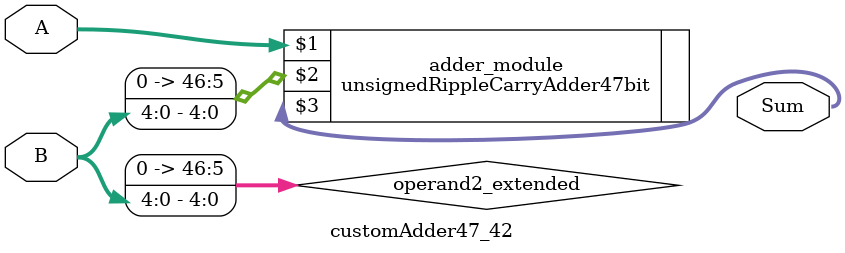
<source format=v>
module customAdder47_42(
                        input [46 : 0] A,
                        input [4 : 0] B,
                        
                        output [47 : 0] Sum
                );

        wire [46 : 0] operand2_extended;
        
        assign operand2_extended =  {42'b0, B};
        
        unsignedRippleCarryAdder47bit adder_module(
            A,
            operand2_extended,
            Sum
        );
        
        endmodule
        
</source>
